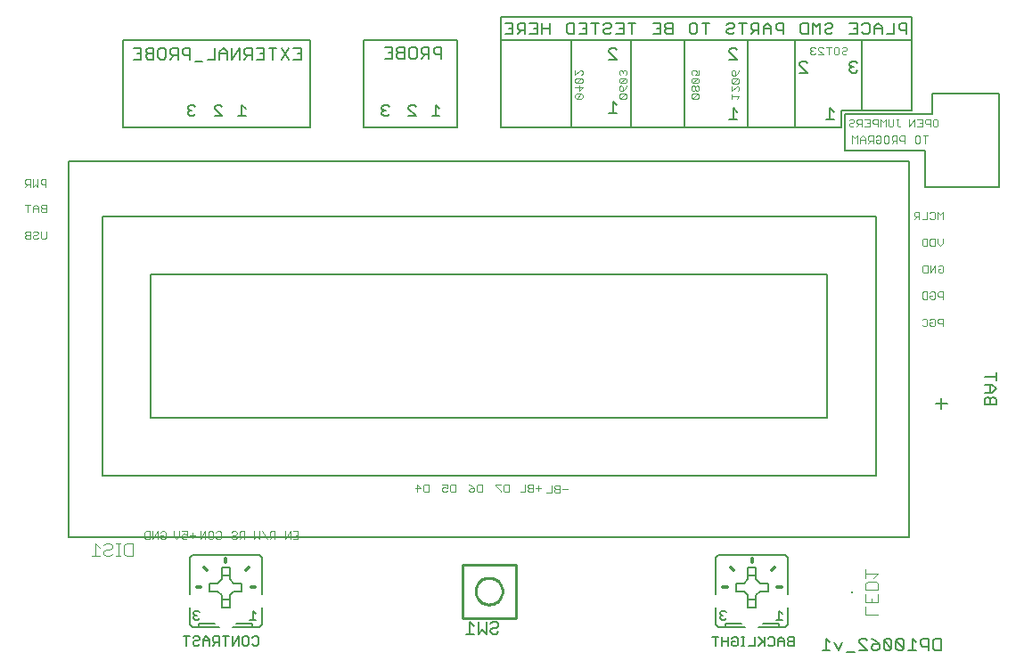
<source format=gbo>
G75*
G70*
%OFA0B0*%
%FSLAX24Y24*%
%IPPOS*%
%LPD*%
%AMOC8*
5,1,8,0,0,1.08239X$1,22.5*
%
%ADD10C,0.0080*%
%ADD11C,0.0040*%
%ADD12C,0.0060*%
%ADD13C,0.0050*%
%ADD14C,0.0120*%
%ADD15C,0.0086*%
%ADD16R,0.0079X0.0079*%
D10*
X010376Y008455D02*
X010376Y022550D01*
X041794Y022550D01*
X041794Y008455D01*
X010376Y008455D01*
X011617Y010778D02*
X011617Y020463D01*
X040554Y020463D01*
X040554Y010778D01*
X011617Y010778D01*
X013428Y012944D02*
X013428Y018298D01*
X038743Y018298D01*
X038743Y012944D01*
X013428Y012944D01*
X014900Y024225D02*
X015040Y024225D01*
X015110Y024295D01*
X014970Y024435D02*
X014900Y024435D01*
X014830Y024365D01*
X014830Y024295D01*
X014900Y024225D01*
X014900Y024435D02*
X014830Y024505D01*
X014830Y024575D01*
X014900Y024645D01*
X015040Y024645D01*
X015110Y024575D01*
X015830Y024575D02*
X015900Y024645D01*
X016040Y024645D01*
X016110Y024575D01*
X015830Y024575D02*
X015830Y024505D01*
X016110Y024225D01*
X015830Y024225D01*
X016705Y024225D02*
X016985Y024225D01*
X016845Y024225D02*
X016845Y024645D01*
X016985Y024505D01*
X016934Y026350D02*
X017074Y026490D01*
X017004Y026490D02*
X017214Y026490D01*
X017214Y026350D02*
X017214Y026770D01*
X017004Y026770D01*
X016934Y026700D01*
X016934Y026560D01*
X017004Y026490D01*
X016754Y026350D02*
X016754Y026770D01*
X016473Y026350D01*
X016473Y026770D01*
X016293Y026630D02*
X016293Y026350D01*
X016293Y026560D02*
X016013Y026560D01*
X016013Y026630D02*
X016013Y026350D01*
X015833Y026350D02*
X015553Y026350D01*
X015373Y026280D02*
X015092Y026280D01*
X014912Y026350D02*
X014912Y026770D01*
X014702Y026770D01*
X014632Y026700D01*
X014632Y026560D01*
X014702Y026490D01*
X014912Y026490D01*
X014452Y026490D02*
X014242Y026490D01*
X014172Y026560D01*
X014172Y026700D01*
X014242Y026770D01*
X014452Y026770D01*
X014452Y026350D01*
X014312Y026490D02*
X014172Y026350D01*
X013992Y026420D02*
X013922Y026350D01*
X013781Y026350D01*
X013711Y026420D01*
X013711Y026700D01*
X013781Y026770D01*
X013922Y026770D01*
X013992Y026700D01*
X013992Y026420D01*
X013531Y026350D02*
X013531Y026770D01*
X013321Y026770D01*
X013251Y026700D01*
X013251Y026630D01*
X013321Y026560D01*
X013531Y026560D01*
X013321Y026560D02*
X013251Y026490D01*
X013251Y026420D01*
X013321Y026350D01*
X013531Y026350D01*
X013071Y026350D02*
X013071Y026770D01*
X012791Y026770D01*
X012931Y026560D02*
X013071Y026560D01*
X013071Y026350D02*
X012791Y026350D01*
X015833Y026350D02*
X015833Y026770D01*
X016013Y026630D02*
X016153Y026770D01*
X016293Y026630D01*
X017394Y026770D02*
X017674Y026770D01*
X017674Y026350D01*
X017394Y026350D01*
X017534Y026560D02*
X017674Y026560D01*
X017855Y026770D02*
X018135Y026770D01*
X017995Y026770D02*
X017995Y026350D01*
X018315Y026350D02*
X018595Y026770D01*
X018775Y026770D02*
X019055Y026770D01*
X019055Y026350D01*
X018775Y026350D01*
X018595Y026350D02*
X018315Y026770D01*
X018915Y026560D02*
X019055Y026560D01*
X022183Y026378D02*
X022463Y026378D01*
X022463Y026799D01*
X022183Y026799D01*
X022323Y026588D02*
X022463Y026588D01*
X022643Y026518D02*
X022713Y026588D01*
X022924Y026588D01*
X022924Y026378D02*
X022924Y026799D01*
X022713Y026799D01*
X022643Y026729D01*
X022643Y026659D01*
X022713Y026588D01*
X022643Y026518D02*
X022643Y026448D01*
X022713Y026378D01*
X022924Y026378D01*
X023104Y026448D02*
X023104Y026729D01*
X023174Y026799D01*
X023314Y026799D01*
X023384Y026729D01*
X023384Y026448D01*
X023314Y026378D01*
X023174Y026378D01*
X023104Y026448D01*
X023564Y026378D02*
X023704Y026518D01*
X023634Y026518D02*
X023844Y026518D01*
X023844Y026378D02*
X023844Y026799D01*
X023634Y026799D01*
X023564Y026729D01*
X023564Y026588D01*
X023634Y026518D01*
X024024Y026588D02*
X024094Y026518D01*
X024305Y026518D01*
X024305Y026378D02*
X024305Y026799D01*
X024094Y026799D01*
X024024Y026729D01*
X024024Y026588D01*
X026691Y027293D02*
X026971Y027293D01*
X026971Y027713D01*
X026691Y027713D01*
X026831Y027503D02*
X026971Y027503D01*
X027151Y027503D02*
X027151Y027643D01*
X027221Y027713D01*
X027431Y027713D01*
X027431Y027293D01*
X027431Y027433D02*
X027221Y027433D01*
X027151Y027503D01*
X027291Y027433D02*
X027151Y027293D01*
X027611Y027293D02*
X027891Y027293D01*
X027891Y027713D01*
X027611Y027713D01*
X027751Y027503D02*
X027891Y027503D01*
X028072Y027503D02*
X028352Y027503D01*
X028352Y027293D02*
X028352Y027713D01*
X028072Y027713D02*
X028072Y027293D01*
X028992Y027363D02*
X028992Y027643D01*
X029062Y027713D01*
X029273Y027713D01*
X029273Y027293D01*
X029062Y027293D01*
X028992Y027363D01*
X029453Y027293D02*
X029733Y027293D01*
X029733Y027713D01*
X029453Y027713D01*
X029593Y027503D02*
X029733Y027503D01*
X029913Y027713D02*
X030193Y027713D01*
X030053Y027713D02*
X030053Y027293D01*
X030373Y027363D02*
X030443Y027293D01*
X030584Y027293D01*
X030654Y027363D01*
X030584Y027503D02*
X030654Y027573D01*
X030654Y027643D01*
X030584Y027713D01*
X030443Y027713D01*
X030373Y027643D01*
X030443Y027503D02*
X030373Y027433D01*
X030373Y027363D01*
X030443Y027503D02*
X030584Y027503D01*
X030834Y027293D02*
X031114Y027293D01*
X031114Y027713D01*
X030834Y027713D01*
X030974Y027503D02*
X031114Y027503D01*
X031294Y027713D02*
X031574Y027713D01*
X031434Y027713D02*
X031434Y027293D01*
X032215Y027293D02*
X032495Y027293D01*
X032495Y027713D01*
X032215Y027713D01*
X032355Y027503D02*
X032495Y027503D01*
X032675Y027433D02*
X032675Y027363D01*
X032745Y027293D01*
X032955Y027293D01*
X032955Y027713D01*
X032745Y027713D01*
X032675Y027643D01*
X032675Y027573D01*
X032745Y027503D01*
X032955Y027503D01*
X032745Y027503D02*
X032675Y027433D01*
X033596Y027363D02*
X033596Y027643D01*
X033666Y027713D01*
X033806Y027713D01*
X033876Y027643D01*
X033876Y027363D01*
X033806Y027293D01*
X033666Y027293D01*
X033596Y027363D01*
X034056Y027713D02*
X034336Y027713D01*
X034196Y027713D02*
X034196Y027293D01*
X034977Y027363D02*
X035047Y027293D01*
X035187Y027293D01*
X035257Y027363D01*
X035187Y027503D02*
X035257Y027573D01*
X035257Y027643D01*
X035187Y027713D01*
X035047Y027713D01*
X034977Y027643D01*
X035047Y027503D02*
X034977Y027433D01*
X034977Y027363D01*
X035047Y027503D02*
X035187Y027503D01*
X035437Y027713D02*
X035718Y027713D01*
X035577Y027713D02*
X035577Y027293D01*
X035898Y027293D02*
X036038Y027433D01*
X035968Y027433D02*
X036178Y027433D01*
X036178Y027293D02*
X036178Y027713D01*
X035968Y027713D01*
X035898Y027643D01*
X035898Y027503D01*
X035968Y027433D01*
X036358Y027503D02*
X036638Y027503D01*
X036638Y027573D02*
X036638Y027293D01*
X036818Y027503D02*
X036818Y027643D01*
X036888Y027713D01*
X037099Y027713D01*
X037099Y027293D01*
X037099Y027433D02*
X036888Y027433D01*
X036818Y027503D01*
X036638Y027573D02*
X036498Y027713D01*
X036358Y027573D01*
X036358Y027293D01*
X035360Y026700D02*
X035290Y026770D01*
X035150Y026770D01*
X035080Y026700D01*
X035080Y026630D01*
X035360Y026350D01*
X035080Y026350D01*
X037705Y026200D02*
X037775Y026270D01*
X037915Y026270D01*
X037985Y026200D01*
X037705Y026200D02*
X037705Y026130D01*
X037985Y025850D01*
X037705Y025850D01*
X038845Y024520D02*
X038845Y024100D01*
X038985Y024100D02*
X038705Y024100D01*
X038985Y024380D02*
X038845Y024520D01*
X039650Y025850D02*
X039790Y025850D01*
X039860Y025920D01*
X039720Y026060D02*
X039650Y026060D01*
X039580Y025990D01*
X039580Y025920D01*
X039650Y025850D01*
X039650Y026060D02*
X039580Y026130D01*
X039580Y026200D01*
X039650Y026270D01*
X039790Y026270D01*
X039860Y026200D01*
X039861Y027293D02*
X039580Y027293D01*
X039721Y027503D02*
X039861Y027503D01*
X039861Y027713D02*
X039861Y027293D01*
X040041Y027363D02*
X040111Y027293D01*
X040251Y027293D01*
X040321Y027363D01*
X040321Y027643D01*
X040251Y027713D01*
X040111Y027713D01*
X040041Y027643D01*
X039861Y027713D02*
X039580Y027713D01*
X038940Y027643D02*
X038940Y027573D01*
X038870Y027503D01*
X038730Y027503D01*
X038660Y027433D01*
X038660Y027363D01*
X038730Y027293D01*
X038870Y027293D01*
X038940Y027363D01*
X038940Y027643D02*
X038870Y027713D01*
X038730Y027713D01*
X038660Y027643D01*
X038480Y027713D02*
X038340Y027573D01*
X038199Y027713D01*
X038199Y027293D01*
X038019Y027293D02*
X037809Y027293D01*
X037739Y027363D01*
X037739Y027643D01*
X037809Y027713D01*
X038019Y027713D01*
X038019Y027293D01*
X038480Y027293D02*
X038480Y027713D01*
X040501Y027573D02*
X040501Y027293D01*
X040501Y027503D02*
X040781Y027503D01*
X040781Y027573D02*
X040781Y027293D01*
X040962Y027293D02*
X041242Y027293D01*
X041242Y027713D01*
X041422Y027643D02*
X041422Y027503D01*
X041492Y027433D01*
X041702Y027433D01*
X041702Y027293D02*
X041702Y027713D01*
X041492Y027713D01*
X041422Y027643D01*
X040781Y027573D02*
X040641Y027713D01*
X040501Y027573D01*
X035360Y024380D02*
X035220Y024520D01*
X035220Y024100D01*
X035360Y024100D02*
X035080Y024100D01*
X030860Y024350D02*
X030580Y024350D01*
X030720Y024350D02*
X030720Y024770D01*
X030860Y024630D01*
X030860Y026350D02*
X030580Y026350D01*
X030580Y026630D02*
X030580Y026700D01*
X030650Y026770D01*
X030790Y026770D01*
X030860Y026700D01*
X030580Y026630D02*
X030860Y026350D01*
X024235Y024505D02*
X024095Y024645D01*
X024095Y024225D01*
X024235Y024225D02*
X023955Y024225D01*
X023360Y024225D02*
X023080Y024505D01*
X023080Y024575D01*
X023150Y024645D01*
X023290Y024645D01*
X023360Y024575D01*
X023360Y024225D02*
X023080Y024225D01*
X022360Y024295D02*
X022290Y024225D01*
X022150Y024225D01*
X022080Y024295D01*
X022080Y024365D01*
X022150Y024435D01*
X022220Y024435D01*
X022150Y024435D02*
X022080Y024505D01*
X022080Y024575D01*
X022150Y024645D01*
X022290Y024645D01*
X022360Y024575D01*
X042805Y013475D02*
X043219Y013475D01*
X043012Y013268D02*
X043012Y013682D01*
X044627Y013629D02*
X044627Y013418D01*
X045047Y013418D01*
X045047Y013629D01*
X044977Y013699D01*
X044907Y013699D01*
X044837Y013629D01*
X044837Y013418D01*
X044837Y013629D02*
X044767Y013699D01*
X044697Y013699D01*
X044627Y013629D01*
X044627Y013879D02*
X044907Y013879D01*
X045047Y014019D01*
X044907Y014159D01*
X044627Y014159D01*
X044837Y014159D02*
X044837Y013879D01*
X045047Y014339D02*
X045047Y014619D01*
X045047Y014479D02*
X044627Y014479D01*
D11*
X011526Y007773D02*
X011219Y007773D01*
X011372Y007773D02*
X011372Y008233D01*
X011526Y008080D01*
X011679Y008156D02*
X011756Y008233D01*
X011909Y008233D01*
X011986Y008156D01*
X011986Y008080D01*
X011909Y008003D01*
X011756Y008003D01*
X011679Y007926D01*
X011679Y007849D01*
X011756Y007773D01*
X011909Y007773D01*
X011986Y007849D01*
X012139Y007773D02*
X012293Y007773D01*
X012216Y007773D02*
X012216Y008233D01*
X012293Y008233D02*
X012139Y008233D01*
X012446Y008156D02*
X012446Y007849D01*
X012523Y007773D01*
X012753Y007773D01*
X012753Y008233D01*
X012523Y008233D01*
X012446Y008156D01*
X013212Y008450D02*
X013212Y008637D01*
X013259Y008684D01*
X013399Y008684D01*
X013399Y008403D01*
X013259Y008403D01*
X013212Y008450D01*
X013507Y008403D02*
X013507Y008684D01*
X013694Y008684D02*
X013507Y008403D01*
X013694Y008403D02*
X013694Y008684D01*
X013802Y008637D02*
X013848Y008684D01*
X013942Y008684D01*
X013988Y008637D01*
X013988Y008450D01*
X013942Y008403D01*
X013848Y008403D01*
X013802Y008450D01*
X013802Y008544D01*
X013895Y008544D01*
X014312Y008497D02*
X014406Y008403D01*
X014499Y008497D01*
X014499Y008684D01*
X014607Y008684D02*
X014794Y008684D01*
X014794Y008544D01*
X014700Y008590D01*
X014654Y008590D01*
X014607Y008544D01*
X014607Y008450D01*
X014654Y008403D01*
X014747Y008403D01*
X014794Y008450D01*
X014902Y008544D02*
X015088Y008544D01*
X014995Y008637D02*
X014995Y008450D01*
X015287Y008403D02*
X015287Y008684D01*
X015474Y008684D02*
X015287Y008403D01*
X015474Y008403D02*
X015474Y008684D01*
X015582Y008637D02*
X015629Y008684D01*
X015722Y008684D01*
X015769Y008637D01*
X015769Y008450D01*
X015722Y008403D01*
X015629Y008403D01*
X015582Y008450D01*
X015582Y008637D01*
X015877Y008637D02*
X015923Y008684D01*
X016017Y008684D01*
X016063Y008637D01*
X016063Y008450D01*
X016017Y008403D01*
X015923Y008403D01*
X015877Y008450D01*
X016462Y008450D02*
X016509Y008403D01*
X016602Y008403D01*
X016649Y008450D01*
X016602Y008544D02*
X016509Y008544D01*
X016462Y008497D01*
X016462Y008450D01*
X016602Y008544D02*
X016649Y008590D01*
X016649Y008637D01*
X016602Y008684D01*
X016509Y008684D01*
X016462Y008637D01*
X016757Y008637D02*
X016757Y008544D01*
X016804Y008497D01*
X016944Y008497D01*
X016944Y008403D02*
X016944Y008684D01*
X016804Y008684D01*
X016757Y008637D01*
X016850Y008497D02*
X016757Y008403D01*
X017300Y008403D02*
X017300Y008684D01*
X017487Y008684D02*
X017487Y008403D01*
X017393Y008497D01*
X017300Y008403D01*
X017594Y008684D02*
X017781Y008403D01*
X017889Y008403D02*
X017982Y008497D01*
X017936Y008497D02*
X018076Y008497D01*
X018076Y008403D02*
X018076Y008684D01*
X017936Y008684D01*
X017889Y008637D01*
X017889Y008544D01*
X017936Y008497D01*
X018462Y008403D02*
X018462Y008684D01*
X018649Y008684D02*
X018462Y008403D01*
X018649Y008403D02*
X018649Y008684D01*
X018757Y008684D02*
X018944Y008684D01*
X018944Y008403D01*
X018757Y008403D01*
X018850Y008544D02*
X018944Y008544D01*
X023384Y010153D02*
X023384Y010434D01*
X023524Y010294D01*
X023337Y010294D01*
X023632Y010387D02*
X023679Y010434D01*
X023819Y010434D01*
X023819Y010153D01*
X023679Y010153D01*
X023632Y010200D01*
X023632Y010387D01*
X024337Y010434D02*
X024524Y010434D01*
X024524Y010294D01*
X024431Y010340D01*
X024384Y010340D01*
X024337Y010294D01*
X024337Y010200D01*
X024384Y010153D01*
X024477Y010153D01*
X024524Y010200D01*
X024632Y010200D02*
X024632Y010387D01*
X024679Y010434D01*
X024819Y010434D01*
X024819Y010153D01*
X024679Y010153D01*
X024632Y010200D01*
X025337Y010200D02*
X025337Y010247D01*
X025384Y010294D01*
X025524Y010294D01*
X025524Y010200D01*
X025477Y010153D01*
X025384Y010153D01*
X025337Y010200D01*
X025431Y010387D02*
X025524Y010294D01*
X025431Y010387D02*
X025337Y010434D01*
X025632Y010387D02*
X025632Y010200D01*
X025679Y010153D01*
X025819Y010153D01*
X025819Y010434D01*
X025679Y010434D01*
X025632Y010387D01*
X026337Y010387D02*
X026524Y010200D01*
X026524Y010153D01*
X026632Y010200D02*
X026632Y010387D01*
X026679Y010434D01*
X026819Y010434D01*
X026819Y010153D01*
X026679Y010153D01*
X026632Y010200D01*
X026524Y010434D02*
X026337Y010434D01*
X026337Y010387D01*
X027250Y010153D02*
X027437Y010153D01*
X027437Y010434D01*
X027544Y010387D02*
X027544Y010340D01*
X027591Y010294D01*
X027731Y010294D01*
X027839Y010294D02*
X028026Y010294D01*
X027932Y010387D02*
X027932Y010200D01*
X027731Y010153D02*
X027591Y010153D01*
X027544Y010200D01*
X027544Y010247D01*
X027591Y010294D01*
X027544Y010387D02*
X027591Y010434D01*
X027731Y010434D01*
X027731Y010153D01*
X028238Y010135D02*
X028425Y010135D01*
X028425Y010415D01*
X028532Y010368D02*
X028532Y010322D01*
X028579Y010275D01*
X028719Y010275D01*
X028827Y010275D02*
X029014Y010275D01*
X028719Y010135D02*
X028719Y010415D01*
X028579Y010415D01*
X028532Y010368D01*
X028579Y010275D02*
X028532Y010228D01*
X028532Y010181D01*
X028579Y010135D01*
X028719Y010135D01*
X040171Y007255D02*
X040171Y006948D01*
X040171Y007101D02*
X040631Y007101D01*
X040477Y006948D01*
X040554Y006795D02*
X040247Y006795D01*
X040171Y006718D01*
X040171Y006488D01*
X040631Y006488D01*
X040631Y006718D01*
X040554Y006795D01*
X040631Y006334D02*
X040631Y006027D01*
X040171Y006027D01*
X040171Y006334D01*
X040401Y006181D02*
X040401Y006027D01*
X040171Y005874D02*
X040171Y005567D01*
X040631Y005567D01*
X042331Y016361D02*
X042284Y016408D01*
X042331Y016361D02*
X042424Y016361D01*
X042471Y016408D01*
X042471Y016594D01*
X042424Y016641D01*
X042331Y016641D01*
X042284Y016594D01*
X042579Y016594D02*
X042626Y016641D01*
X042719Y016641D01*
X042766Y016594D01*
X042766Y016408D01*
X042719Y016361D01*
X042626Y016361D01*
X042579Y016408D01*
X042579Y016501D01*
X042672Y016501D01*
X042874Y016501D02*
X042874Y016594D01*
X042920Y016641D01*
X043060Y016641D01*
X043060Y016361D01*
X043060Y016454D02*
X042920Y016454D01*
X042874Y016501D01*
X042719Y017373D02*
X042626Y017373D01*
X042579Y017420D01*
X042579Y017514D01*
X042672Y017514D01*
X042579Y017607D02*
X042626Y017654D01*
X042719Y017654D01*
X042766Y017607D01*
X042766Y017420D01*
X042719Y017373D01*
X042874Y017514D02*
X042920Y017467D01*
X043060Y017467D01*
X043060Y017373D02*
X043060Y017654D01*
X042920Y017654D01*
X042874Y017607D01*
X042874Y017514D01*
X042471Y017654D02*
X042471Y017373D01*
X042331Y017373D01*
X042284Y017420D01*
X042284Y017607D01*
X042331Y017654D01*
X042471Y017654D01*
X042484Y018361D02*
X042344Y018361D01*
X042297Y018408D01*
X042297Y018594D01*
X042344Y018641D01*
X042484Y018641D01*
X042484Y018361D01*
X042591Y018361D02*
X042591Y018641D01*
X042778Y018641D02*
X042591Y018361D01*
X042778Y018361D02*
X042778Y018641D01*
X042886Y018594D02*
X042933Y018641D01*
X043026Y018641D01*
X043073Y018594D01*
X043073Y018408D01*
X043026Y018361D01*
X042933Y018361D01*
X042886Y018408D01*
X042886Y018501D01*
X042980Y018501D01*
X042967Y019361D02*
X042874Y019454D01*
X042874Y019641D01*
X042766Y019641D02*
X042766Y019361D01*
X042626Y019361D01*
X042579Y019408D01*
X042579Y019594D01*
X042626Y019641D01*
X042766Y019641D01*
X043060Y019641D02*
X043060Y019454D01*
X042967Y019361D01*
X042471Y019361D02*
X042471Y019641D01*
X042331Y019641D01*
X042284Y019594D01*
X042284Y019408D01*
X042331Y019361D01*
X042471Y019361D01*
X042471Y020361D02*
X042284Y020361D01*
X042176Y020361D02*
X042176Y020641D01*
X042036Y020641D01*
X041990Y020594D01*
X041990Y020501D01*
X042036Y020454D01*
X042176Y020454D01*
X042083Y020454D02*
X041990Y020361D01*
X042471Y020361D02*
X042471Y020641D01*
X042579Y020594D02*
X042626Y020641D01*
X042719Y020641D01*
X042766Y020594D01*
X042766Y020408D01*
X042719Y020361D01*
X042626Y020361D01*
X042579Y020408D01*
X042874Y020361D02*
X042874Y020641D01*
X042967Y020548D01*
X043060Y020641D01*
X043060Y020361D01*
X042412Y023205D02*
X042412Y023485D01*
X042505Y023485D02*
X042318Y023485D01*
X042210Y023438D02*
X042164Y023485D01*
X042070Y023485D01*
X042024Y023438D01*
X042024Y023251D01*
X042070Y023205D01*
X042164Y023205D01*
X042210Y023251D01*
X042210Y023438D01*
X041630Y023485D02*
X041490Y023485D01*
X041443Y023438D01*
X041443Y023345D01*
X041490Y023298D01*
X041630Y023298D01*
X041630Y023205D02*
X041630Y023485D01*
X041335Y023485D02*
X041195Y023485D01*
X041149Y023438D01*
X041149Y023345D01*
X041195Y023298D01*
X041335Y023298D01*
X041242Y023298D02*
X041149Y023205D01*
X041041Y023251D02*
X040994Y023205D01*
X040901Y023205D01*
X040854Y023251D01*
X040854Y023438D01*
X040901Y023485D01*
X040994Y023485D01*
X041041Y023438D01*
X041041Y023251D01*
X040746Y023251D02*
X040699Y023205D01*
X040606Y023205D01*
X040559Y023251D01*
X040559Y023345D01*
X040653Y023345D01*
X040746Y023438D02*
X040746Y023251D01*
X040746Y023438D02*
X040699Y023485D01*
X040606Y023485D01*
X040559Y023438D01*
X040451Y023485D02*
X040451Y023205D01*
X040451Y023298D02*
X040311Y023298D01*
X040265Y023345D01*
X040265Y023438D01*
X040311Y023485D01*
X040451Y023485D01*
X040358Y023298D02*
X040265Y023205D01*
X040157Y023205D02*
X040157Y023392D01*
X040063Y023485D01*
X039970Y023392D01*
X039970Y023205D01*
X039862Y023205D02*
X039862Y023485D01*
X039769Y023392D01*
X039675Y023485D01*
X039675Y023205D01*
X039970Y023345D02*
X040157Y023345D01*
X040140Y023830D02*
X040326Y023830D01*
X040326Y024110D01*
X040140Y024110D01*
X040032Y024110D02*
X039892Y024110D01*
X039845Y024063D01*
X039845Y023970D01*
X039892Y023923D01*
X040032Y023923D01*
X040032Y023830D02*
X040032Y024110D01*
X039938Y023923D02*
X039845Y023830D01*
X039737Y023876D02*
X039690Y023830D01*
X039597Y023830D01*
X039550Y023876D01*
X039550Y023923D01*
X039597Y023970D01*
X039690Y023970D01*
X039737Y024017D01*
X039737Y024063D01*
X039690Y024110D01*
X039597Y024110D01*
X039550Y024063D01*
X040233Y023970D02*
X040326Y023970D01*
X040434Y023970D02*
X040481Y023923D01*
X040621Y023923D01*
X040621Y023830D02*
X040621Y024110D01*
X040481Y024110D01*
X040434Y024063D01*
X040434Y023970D01*
X040729Y024110D02*
X040729Y023830D01*
X040916Y023830D02*
X040916Y024110D01*
X040822Y024017D01*
X040729Y024110D01*
X041024Y024110D02*
X041024Y023876D01*
X041070Y023830D01*
X041164Y023830D01*
X041210Y023876D01*
X041210Y024110D01*
X041318Y024110D02*
X041412Y024110D01*
X041365Y024110D02*
X041365Y023876D01*
X041412Y023830D01*
X041458Y023830D01*
X041505Y023876D01*
X041809Y023830D02*
X041809Y024110D01*
X041996Y024110D02*
X041809Y023830D01*
X041996Y023830D02*
X041996Y024110D01*
X042104Y024110D02*
X042291Y024110D01*
X042291Y023830D01*
X042104Y023830D01*
X042197Y023970D02*
X042291Y023970D01*
X042399Y023970D02*
X042445Y023923D01*
X042585Y023923D01*
X042585Y023830D02*
X042585Y024110D01*
X042445Y024110D01*
X042399Y024063D01*
X042399Y023970D01*
X042693Y024063D02*
X042740Y024110D01*
X042833Y024110D01*
X042880Y024063D01*
X042880Y023876D01*
X042833Y023830D01*
X042740Y023830D01*
X042693Y023876D01*
X042693Y024063D01*
X041335Y023485D02*
X041335Y023205D01*
X039424Y026528D02*
X039470Y026575D01*
X039424Y026528D02*
X039330Y026528D01*
X039284Y026575D01*
X039284Y026621D01*
X039330Y026668D01*
X039424Y026668D01*
X039470Y026715D01*
X039470Y026762D01*
X039424Y026808D01*
X039330Y026808D01*
X039284Y026762D01*
X039176Y026762D02*
X039176Y026575D01*
X039129Y026528D01*
X039036Y026528D01*
X038989Y026575D01*
X038989Y026762D01*
X039036Y026808D01*
X039129Y026808D01*
X039176Y026762D01*
X038881Y026808D02*
X038694Y026808D01*
X038788Y026808D02*
X038788Y026528D01*
X038586Y026528D02*
X038400Y026715D01*
X038400Y026762D01*
X038446Y026808D01*
X038540Y026808D01*
X038586Y026762D01*
X038586Y026528D02*
X038400Y026528D01*
X038292Y026575D02*
X038245Y026528D01*
X038152Y026528D01*
X038105Y026575D01*
X038105Y026621D01*
X038152Y026668D01*
X038198Y026668D01*
X038152Y026668D02*
X038105Y026715D01*
X038105Y026762D01*
X038152Y026808D01*
X038245Y026808D01*
X038292Y026762D01*
X035442Y025931D02*
X035396Y025838D01*
X035302Y025745D01*
X035302Y025885D01*
X035256Y025931D01*
X035209Y025931D01*
X035162Y025885D01*
X035162Y025791D01*
X035209Y025745D01*
X035302Y025745D01*
X035209Y025637D02*
X035162Y025590D01*
X035162Y025497D01*
X035209Y025450D01*
X035396Y025637D01*
X035209Y025637D01*
X035396Y025637D02*
X035442Y025590D01*
X035442Y025497D01*
X035396Y025450D01*
X035209Y025450D01*
X035162Y025342D02*
X035162Y025155D01*
X035349Y025342D01*
X035396Y025342D01*
X035442Y025295D01*
X035442Y025202D01*
X035396Y025155D01*
X035442Y024954D02*
X035162Y024954D01*
X035162Y024861D02*
X035162Y025047D01*
X035349Y024861D02*
X035442Y024954D01*
X033942Y024920D02*
X033942Y025013D01*
X033896Y025060D01*
X033709Y024873D01*
X033662Y024920D01*
X033662Y025013D01*
X033709Y025060D01*
X033896Y025060D01*
X033896Y025168D02*
X033849Y025168D01*
X033802Y025214D01*
X033802Y025308D01*
X033756Y025355D01*
X033709Y025355D01*
X033662Y025308D01*
X033662Y025214D01*
X033709Y025168D01*
X033756Y025168D01*
X033802Y025214D01*
X033802Y025308D02*
X033849Y025355D01*
X033896Y025355D01*
X033942Y025308D01*
X033942Y025214D01*
X033896Y025168D01*
X033942Y024920D02*
X033896Y024873D01*
X033709Y024873D01*
X033709Y025462D02*
X033896Y025649D01*
X033709Y025649D01*
X033662Y025602D01*
X033662Y025509D01*
X033709Y025462D01*
X033896Y025462D01*
X033942Y025509D01*
X033942Y025602D01*
X033896Y025649D01*
X033942Y025757D02*
X033802Y025757D01*
X033849Y025850D01*
X033849Y025897D01*
X033802Y025944D01*
X033709Y025944D01*
X033662Y025897D01*
X033662Y025804D01*
X033709Y025757D01*
X033942Y025757D02*
X033942Y025944D01*
X031230Y025897D02*
X031183Y025944D01*
X031137Y025944D01*
X031090Y025897D01*
X031043Y025944D01*
X030997Y025944D01*
X030950Y025897D01*
X030950Y025804D01*
X030997Y025757D01*
X030997Y025649D02*
X030950Y025602D01*
X030950Y025509D01*
X030997Y025462D01*
X031183Y025649D01*
X030997Y025649D01*
X031183Y025649D02*
X031230Y025602D01*
X031230Y025509D01*
X031183Y025462D01*
X030997Y025462D01*
X030997Y025355D02*
X031043Y025355D01*
X031090Y025308D01*
X031090Y025168D01*
X030997Y025168D01*
X030950Y025214D01*
X030950Y025308D01*
X030997Y025355D01*
X031183Y025261D02*
X031090Y025168D01*
X031183Y025261D02*
X031230Y025355D01*
X031183Y025060D02*
X030997Y025060D01*
X030950Y025013D01*
X030950Y024920D01*
X030997Y024873D01*
X031183Y025060D01*
X031230Y025013D01*
X031230Y024920D01*
X031183Y024873D01*
X030997Y024873D01*
X029593Y024920D02*
X029593Y025013D01*
X029546Y025060D01*
X029359Y024873D01*
X029312Y024920D01*
X029312Y025013D01*
X029359Y025060D01*
X029546Y025060D01*
X029452Y025168D02*
X029452Y025355D01*
X029359Y025462D02*
X029546Y025649D01*
X029359Y025649D01*
X029312Y025602D01*
X029312Y025509D01*
X029359Y025462D01*
X029546Y025462D01*
X029593Y025509D01*
X029593Y025602D01*
X029546Y025649D01*
X029546Y025757D02*
X029593Y025804D01*
X029593Y025897D01*
X029546Y025944D01*
X029499Y025944D01*
X029312Y025757D01*
X029312Y025944D01*
X029312Y025308D02*
X029593Y025308D01*
X029452Y025168D01*
X029593Y024920D02*
X029546Y024873D01*
X029359Y024873D01*
X031090Y025850D02*
X031090Y025897D01*
X031230Y025897D02*
X031230Y025804D01*
X031183Y025757D01*
X009505Y021860D02*
X009365Y021860D01*
X009318Y021813D01*
X009318Y021720D01*
X009365Y021673D01*
X009505Y021673D01*
X009505Y021580D02*
X009505Y021860D01*
X009210Y021860D02*
X009210Y021580D01*
X009117Y021673D01*
X009024Y021580D01*
X009024Y021860D01*
X008916Y021860D02*
X008776Y021860D01*
X008729Y021813D01*
X008729Y021720D01*
X008776Y021673D01*
X008916Y021673D01*
X008916Y021580D02*
X008916Y021860D01*
X008822Y021673D02*
X008729Y021580D01*
X008738Y020915D02*
X008925Y020915D01*
X008831Y020915D02*
X008831Y020635D01*
X009032Y020635D02*
X009032Y020822D01*
X009126Y020915D01*
X009219Y020822D01*
X009219Y020635D01*
X009327Y020681D02*
X009374Y020635D01*
X009514Y020635D01*
X009514Y020915D01*
X009374Y020915D01*
X009327Y020868D01*
X009327Y020822D01*
X009374Y020775D01*
X009514Y020775D01*
X009374Y020775D02*
X009327Y020728D01*
X009327Y020681D01*
X009219Y020775D02*
X009032Y020775D01*
X009079Y019915D02*
X009173Y019915D01*
X009219Y019868D01*
X009219Y019822D01*
X009173Y019775D01*
X009079Y019775D01*
X009032Y019728D01*
X009032Y019681D01*
X009079Y019635D01*
X009173Y019635D01*
X009219Y019681D01*
X009327Y019681D02*
X009327Y019915D01*
X009514Y019915D02*
X009514Y019681D01*
X009467Y019635D01*
X009374Y019635D01*
X009327Y019681D01*
X009079Y019915D02*
X009032Y019868D01*
X008925Y019915D02*
X008785Y019915D01*
X008738Y019868D01*
X008738Y019822D01*
X008785Y019775D01*
X008925Y019775D01*
X008925Y019635D02*
X008925Y019915D01*
X008785Y019775D02*
X008738Y019728D01*
X008738Y019681D01*
X008785Y019635D01*
X008925Y019635D01*
X014312Y008684D02*
X014312Y008497D01*
D12*
X014993Y007798D02*
X014893Y007698D01*
X014893Y006348D01*
X015643Y006448D02*
X015643Y006748D01*
X015943Y006748D01*
X016093Y006898D01*
X016093Y007048D01*
X016093Y007348D01*
X016393Y007348D01*
X016393Y007048D01*
X016393Y006898D01*
X016543Y006748D01*
X016843Y006748D01*
X016843Y006448D01*
X016543Y006448D01*
X016393Y006298D01*
X016393Y006148D01*
X016393Y005848D01*
X016093Y005848D01*
X016093Y006148D01*
X016093Y006298D01*
X015943Y006448D01*
X015643Y006448D01*
X016093Y006148D02*
X016393Y006148D01*
X017593Y006348D02*
X017593Y007698D01*
X017493Y007798D01*
X014993Y007798D01*
X016093Y007048D02*
X016393Y007048D01*
X017593Y005848D02*
X017593Y005198D01*
X017493Y005098D01*
X017243Y005098D01*
X016493Y005098D01*
X016643Y005248D02*
X017243Y005248D01*
X017243Y005098D01*
X015993Y005098D02*
X015243Y005098D01*
X014993Y005098D01*
X014893Y005198D01*
X014893Y005848D01*
X015243Y005248D02*
X015843Y005248D01*
X015243Y005248D02*
X015243Y005098D01*
X034578Y005198D02*
X034578Y005848D01*
X034578Y006348D02*
X034578Y007698D01*
X034678Y007798D01*
X037178Y007798D01*
X037278Y007698D01*
X037278Y006348D01*
X037278Y005848D02*
X037278Y005198D01*
X037178Y005098D01*
X036928Y005098D01*
X036178Y005098D01*
X036328Y005248D02*
X036928Y005248D01*
X036928Y005098D01*
X036078Y005848D02*
X036078Y006148D01*
X035778Y006148D01*
X035778Y006298D01*
X035628Y006448D01*
X035328Y006448D01*
X035328Y006748D01*
X035628Y006748D01*
X035778Y006898D01*
X035778Y007048D01*
X035778Y007348D01*
X036078Y007348D01*
X036078Y007048D01*
X036078Y006898D01*
X036228Y006748D01*
X036528Y006748D01*
X036528Y006448D01*
X036228Y006448D01*
X036078Y006298D01*
X036078Y006148D01*
X035778Y006148D02*
X035778Y005848D01*
X036078Y005848D01*
X035528Y005248D02*
X034928Y005248D01*
X034928Y005098D01*
X034678Y005098D01*
X034578Y005198D01*
X034928Y005098D02*
X035678Y005098D01*
X035778Y007048D02*
X036078Y007048D01*
X038694Y004674D02*
X038694Y004233D01*
X038841Y004233D02*
X038547Y004233D01*
X038841Y004527D02*
X038694Y004674D01*
X039008Y004527D02*
X039155Y004233D01*
X039301Y004527D01*
X039468Y004160D02*
X039762Y004160D01*
X039928Y004233D02*
X040222Y004233D01*
X039928Y004527D01*
X039928Y004600D01*
X040002Y004674D01*
X040149Y004674D01*
X040222Y004600D01*
X040389Y004674D02*
X040536Y004600D01*
X040682Y004454D01*
X040462Y004454D01*
X040389Y004380D01*
X040389Y004307D01*
X040462Y004233D01*
X040609Y004233D01*
X040682Y004307D01*
X040682Y004454D01*
X040849Y004600D02*
X041143Y004307D01*
X041069Y004233D01*
X040923Y004233D01*
X040849Y004307D01*
X040849Y004600D01*
X040923Y004674D01*
X041069Y004674D01*
X041143Y004600D01*
X041143Y004307D01*
X041310Y004307D02*
X041310Y004600D01*
X041603Y004307D01*
X041530Y004233D01*
X041383Y004233D01*
X041310Y004307D01*
X041603Y004307D02*
X041603Y004600D01*
X041530Y004674D01*
X041383Y004674D01*
X041310Y004600D01*
X041770Y004233D02*
X042063Y004233D01*
X041917Y004233D02*
X041917Y004674D01*
X042063Y004527D01*
X042230Y004454D02*
X042304Y004380D01*
X042524Y004380D01*
X042524Y004233D02*
X042524Y004674D01*
X042304Y004674D01*
X042230Y004600D01*
X042230Y004454D01*
X042691Y004307D02*
X042691Y004600D01*
X042764Y004674D01*
X042984Y004674D01*
X042984Y004233D01*
X042764Y004233D01*
X042691Y004307D01*
X042400Y021560D02*
X045150Y021560D01*
X045150Y025060D01*
X042650Y025060D01*
X042650Y024310D01*
X039400Y024310D01*
X039400Y022935D01*
X042400Y022935D01*
X042400Y021560D01*
X039275Y023810D02*
X037525Y023810D01*
X037525Y027060D01*
X040025Y027060D01*
X041900Y027060D01*
X041900Y024435D01*
X040025Y024435D01*
X040025Y027060D01*
X041900Y027060D02*
X041900Y027935D01*
X026525Y027935D01*
X026525Y027060D01*
X029150Y027060D01*
X031400Y027060D01*
X033400Y027060D01*
X035775Y027060D01*
X037525Y027060D01*
X035775Y027060D02*
X035775Y023810D01*
X033400Y023810D01*
X033400Y027060D01*
X031400Y027060D02*
X031400Y023810D01*
X029150Y023810D01*
X029150Y027060D01*
X026525Y027060D02*
X026525Y023810D01*
X029150Y023810D01*
X031400Y023810D02*
X033400Y023810D01*
X035775Y023810D02*
X037525Y023810D01*
X039275Y023810D02*
X039275Y024435D01*
X040025Y024435D01*
X024900Y023810D02*
X021400Y023810D01*
X021400Y027060D01*
X024900Y027060D01*
X024900Y023810D01*
X019400Y023810D02*
X019400Y027060D01*
X012400Y027060D01*
X012400Y023810D01*
X019400Y023810D01*
D13*
X017254Y005713D02*
X017254Y005373D01*
X017141Y005373D02*
X017368Y005373D01*
X017368Y005599D02*
X017254Y005713D01*
X017284Y004765D02*
X017400Y004765D01*
X017459Y004707D01*
X017459Y004473D01*
X017400Y004415D01*
X017284Y004415D01*
X017225Y004473D01*
X017090Y004473D02*
X017032Y004415D01*
X016915Y004415D01*
X016857Y004473D01*
X016857Y004707D01*
X016915Y004765D01*
X017032Y004765D01*
X017090Y004707D01*
X017090Y004473D01*
X017225Y004707D02*
X017284Y004765D01*
X016722Y004765D02*
X016489Y004415D01*
X016489Y004765D01*
X016354Y004765D02*
X016120Y004765D01*
X016237Y004765D02*
X016237Y004415D01*
X015985Y004415D02*
X015985Y004765D01*
X015810Y004765D01*
X015752Y004707D01*
X015752Y004590D01*
X015810Y004531D01*
X015985Y004531D01*
X015869Y004531D02*
X015752Y004415D01*
X015617Y004415D02*
X015617Y004648D01*
X015500Y004765D01*
X015384Y004648D01*
X015384Y004415D01*
X015249Y004473D02*
X015191Y004415D01*
X015074Y004415D01*
X015015Y004473D01*
X015015Y004531D01*
X015074Y004590D01*
X015191Y004590D01*
X015249Y004648D01*
X015249Y004707D01*
X015191Y004765D01*
X015074Y004765D01*
X015015Y004707D01*
X014881Y004765D02*
X014647Y004765D01*
X014764Y004765D02*
X014764Y004415D01*
X015384Y004590D02*
X015617Y004590D01*
X016722Y004415D02*
X016722Y004765D01*
X015268Y005429D02*
X015211Y005373D01*
X015097Y005373D01*
X015041Y005429D01*
X015041Y005486D01*
X015097Y005543D01*
X015154Y005543D01*
X015097Y005543D02*
X015041Y005599D01*
X015041Y005656D01*
X015097Y005713D01*
X015211Y005713D01*
X015268Y005656D01*
X025220Y004848D02*
X025520Y004848D01*
X025370Y004848D02*
X025370Y005298D01*
X025520Y005148D01*
X025681Y005298D02*
X025681Y004848D01*
X025831Y004998D01*
X025981Y004848D01*
X025981Y005298D01*
X026141Y005223D02*
X026216Y005298D01*
X026366Y005298D01*
X026441Y005223D01*
X026441Y005148D01*
X026366Y005073D01*
X026216Y005073D01*
X026141Y004998D01*
X026141Y004923D01*
X026216Y004848D01*
X026366Y004848D01*
X026441Y004923D01*
X034430Y004738D02*
X034664Y004738D01*
X034547Y004738D02*
X034547Y004387D01*
X034798Y004387D02*
X034798Y004738D01*
X034798Y004562D02*
X035032Y004562D01*
X035167Y004562D02*
X035283Y004562D01*
X035167Y004562D02*
X035167Y004446D01*
X035225Y004387D01*
X035342Y004387D01*
X035400Y004446D01*
X035400Y004679D01*
X035342Y004738D01*
X035225Y004738D01*
X035167Y004679D01*
X035032Y004738D02*
X035032Y004387D01*
X035529Y004387D02*
X035646Y004387D01*
X035587Y004387D02*
X035587Y004738D01*
X035529Y004738D02*
X035646Y004738D01*
X036014Y004738D02*
X036014Y004387D01*
X035781Y004387D01*
X036149Y004387D02*
X036324Y004562D01*
X036382Y004504D02*
X036149Y004738D01*
X036382Y004738D02*
X036382Y004387D01*
X036517Y004446D02*
X036576Y004387D01*
X036692Y004387D01*
X036751Y004446D01*
X036751Y004679D01*
X036692Y004738D01*
X036576Y004738D01*
X036517Y004679D01*
X036885Y004621D02*
X037002Y004738D01*
X037119Y004621D01*
X037119Y004387D01*
X037254Y004446D02*
X037312Y004387D01*
X037487Y004387D01*
X037487Y004738D01*
X037312Y004738D01*
X037254Y004679D01*
X037254Y004621D01*
X037312Y004562D01*
X037487Y004562D01*
X037312Y004562D02*
X037254Y004504D01*
X037254Y004446D01*
X037119Y004562D02*
X036885Y004562D01*
X036885Y004621D02*
X036885Y004387D01*
X036939Y005373D02*
X036939Y005713D01*
X037053Y005599D01*
X037053Y005373D02*
X036826Y005373D01*
X034953Y005429D02*
X034896Y005373D01*
X034782Y005373D01*
X034726Y005429D01*
X034726Y005486D01*
X034782Y005543D01*
X034839Y005543D01*
X034782Y005543D02*
X034726Y005599D01*
X034726Y005656D01*
X034782Y005713D01*
X034896Y005713D01*
X034953Y005656D01*
D14*
X034988Y006598D02*
X034838Y006598D01*
X035228Y007248D02*
X035128Y007348D01*
X035928Y007518D02*
X035928Y007668D01*
X036678Y007248D02*
X036778Y007348D01*
X036868Y006598D02*
X037018Y006598D01*
X017333Y006598D02*
X017183Y006598D01*
X016993Y007248D02*
X017093Y007348D01*
X016243Y007518D02*
X016243Y007668D01*
X015543Y007248D02*
X015443Y007348D01*
X015303Y006598D02*
X015153Y006598D01*
D15*
X025085Y007448D02*
X025085Y005448D01*
X027085Y005448D01*
X027085Y007448D01*
X025085Y007448D01*
X025585Y006448D02*
X025587Y006492D01*
X025593Y006536D01*
X025603Y006579D01*
X025616Y006621D01*
X025633Y006662D01*
X025654Y006701D01*
X025678Y006738D01*
X025705Y006773D01*
X025735Y006805D01*
X025768Y006835D01*
X025804Y006861D01*
X025841Y006885D01*
X025881Y006904D01*
X025922Y006921D01*
X025965Y006933D01*
X026008Y006942D01*
X026052Y006947D01*
X026096Y006948D01*
X026140Y006945D01*
X026184Y006938D01*
X026227Y006927D01*
X026269Y006913D01*
X026309Y006895D01*
X026348Y006873D01*
X026384Y006849D01*
X026418Y006821D01*
X026450Y006790D01*
X026479Y006756D01*
X026505Y006720D01*
X026527Y006682D01*
X026546Y006642D01*
X026561Y006600D01*
X026573Y006558D01*
X026581Y006514D01*
X026585Y006470D01*
X026585Y006426D01*
X026581Y006382D01*
X026573Y006338D01*
X026561Y006296D01*
X026546Y006254D01*
X026527Y006214D01*
X026505Y006176D01*
X026479Y006140D01*
X026450Y006106D01*
X026418Y006075D01*
X026384Y006047D01*
X026348Y006023D01*
X026309Y006001D01*
X026269Y005983D01*
X026227Y005969D01*
X026184Y005958D01*
X026140Y005951D01*
X026096Y005948D01*
X026052Y005949D01*
X026008Y005954D01*
X025965Y005963D01*
X025922Y005975D01*
X025881Y005992D01*
X025841Y006011D01*
X025804Y006035D01*
X025768Y006061D01*
X025735Y006091D01*
X025705Y006123D01*
X025678Y006158D01*
X025654Y006195D01*
X025633Y006234D01*
X025616Y006275D01*
X025603Y006317D01*
X025593Y006360D01*
X025587Y006404D01*
X025585Y006448D01*
D16*
X039649Y006408D03*
M02*

</source>
